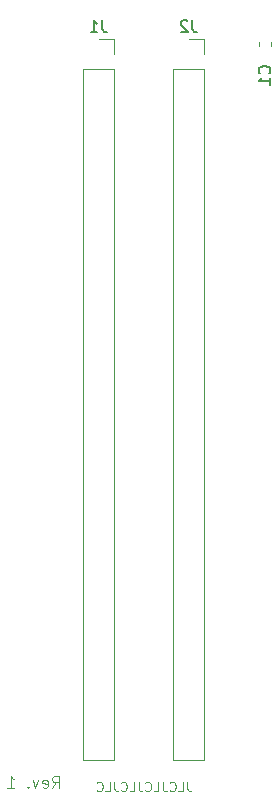
<source format=gbr>
G04 #@! TF.GenerationSoftware,KiCad,Pcbnew,9.0.6-9.0.6~ubuntu25.10.1*
G04 #@! TF.CreationDate,2025-12-24T22:54:59+09:00*
G04 #@! TF.ProjectId,bionic-p8086,62696f6e-6963-42d7-9038-3038362e6b69,1*
G04 #@! TF.SameCoordinates,Original*
G04 #@! TF.FileFunction,Legend,Bot*
G04 #@! TF.FilePolarity,Positive*
%FSLAX46Y46*%
G04 Gerber Fmt 4.6, Leading zero omitted, Abs format (unit mm)*
G04 Created by KiCad (PCBNEW 9.0.6-9.0.6~ubuntu25.10.1) date 2025-12-24 22:54:59*
%MOMM*%
%LPD*%
G01*
G04 APERTURE LIST*
%ADD10C,0.100000*%
%ADD11C,0.150000*%
%ADD12C,0.120000*%
G04 APERTURE END LIST*
D10*
X117395238Y-136660895D02*
X117395238Y-137232323D01*
X117395238Y-137232323D02*
X117433333Y-137346609D01*
X117433333Y-137346609D02*
X117509524Y-137422800D01*
X117509524Y-137422800D02*
X117623809Y-137460895D01*
X117623809Y-137460895D02*
X117700000Y-137460895D01*
X116633333Y-137460895D02*
X117014285Y-137460895D01*
X117014285Y-137460895D02*
X117014285Y-136660895D01*
X115909523Y-137384704D02*
X115947619Y-137422800D01*
X115947619Y-137422800D02*
X116061904Y-137460895D01*
X116061904Y-137460895D02*
X116138095Y-137460895D01*
X116138095Y-137460895D02*
X116252381Y-137422800D01*
X116252381Y-137422800D02*
X116328571Y-137346609D01*
X116328571Y-137346609D02*
X116366666Y-137270419D01*
X116366666Y-137270419D02*
X116404762Y-137118038D01*
X116404762Y-137118038D02*
X116404762Y-137003752D01*
X116404762Y-137003752D02*
X116366666Y-136851371D01*
X116366666Y-136851371D02*
X116328571Y-136775180D01*
X116328571Y-136775180D02*
X116252381Y-136698990D01*
X116252381Y-136698990D02*
X116138095Y-136660895D01*
X116138095Y-136660895D02*
X116061904Y-136660895D01*
X116061904Y-136660895D02*
X115947619Y-136698990D01*
X115947619Y-136698990D02*
X115909523Y-136737085D01*
X115338095Y-136660895D02*
X115338095Y-137232323D01*
X115338095Y-137232323D02*
X115376190Y-137346609D01*
X115376190Y-137346609D02*
X115452381Y-137422800D01*
X115452381Y-137422800D02*
X115566666Y-137460895D01*
X115566666Y-137460895D02*
X115642857Y-137460895D01*
X114576190Y-137460895D02*
X114957142Y-137460895D01*
X114957142Y-137460895D02*
X114957142Y-136660895D01*
X113852380Y-137384704D02*
X113890476Y-137422800D01*
X113890476Y-137422800D02*
X114004761Y-137460895D01*
X114004761Y-137460895D02*
X114080952Y-137460895D01*
X114080952Y-137460895D02*
X114195238Y-137422800D01*
X114195238Y-137422800D02*
X114271428Y-137346609D01*
X114271428Y-137346609D02*
X114309523Y-137270419D01*
X114309523Y-137270419D02*
X114347619Y-137118038D01*
X114347619Y-137118038D02*
X114347619Y-137003752D01*
X114347619Y-137003752D02*
X114309523Y-136851371D01*
X114309523Y-136851371D02*
X114271428Y-136775180D01*
X114271428Y-136775180D02*
X114195238Y-136698990D01*
X114195238Y-136698990D02*
X114080952Y-136660895D01*
X114080952Y-136660895D02*
X114004761Y-136660895D01*
X114004761Y-136660895D02*
X113890476Y-136698990D01*
X113890476Y-136698990D02*
X113852380Y-136737085D01*
X113280952Y-136660895D02*
X113280952Y-137232323D01*
X113280952Y-137232323D02*
X113319047Y-137346609D01*
X113319047Y-137346609D02*
X113395238Y-137422800D01*
X113395238Y-137422800D02*
X113509523Y-137460895D01*
X113509523Y-137460895D02*
X113585714Y-137460895D01*
X112519047Y-137460895D02*
X112899999Y-137460895D01*
X112899999Y-137460895D02*
X112899999Y-136660895D01*
X111795237Y-137384704D02*
X111833333Y-137422800D01*
X111833333Y-137422800D02*
X111947618Y-137460895D01*
X111947618Y-137460895D02*
X112023809Y-137460895D01*
X112023809Y-137460895D02*
X112138095Y-137422800D01*
X112138095Y-137422800D02*
X112214285Y-137346609D01*
X112214285Y-137346609D02*
X112252380Y-137270419D01*
X112252380Y-137270419D02*
X112290476Y-137118038D01*
X112290476Y-137118038D02*
X112290476Y-137003752D01*
X112290476Y-137003752D02*
X112252380Y-136851371D01*
X112252380Y-136851371D02*
X112214285Y-136775180D01*
X112214285Y-136775180D02*
X112138095Y-136698990D01*
X112138095Y-136698990D02*
X112023809Y-136660895D01*
X112023809Y-136660895D02*
X111947618Y-136660895D01*
X111947618Y-136660895D02*
X111833333Y-136698990D01*
X111833333Y-136698990D02*
X111795237Y-136737085D01*
X111223809Y-136660895D02*
X111223809Y-137232323D01*
X111223809Y-137232323D02*
X111261904Y-137346609D01*
X111261904Y-137346609D02*
X111338095Y-137422800D01*
X111338095Y-137422800D02*
X111452380Y-137460895D01*
X111452380Y-137460895D02*
X111528571Y-137460895D01*
X110461904Y-137460895D02*
X110842856Y-137460895D01*
X110842856Y-137460895D02*
X110842856Y-136660895D01*
X109738094Y-137384704D02*
X109776190Y-137422800D01*
X109776190Y-137422800D02*
X109890475Y-137460895D01*
X109890475Y-137460895D02*
X109966666Y-137460895D01*
X109966666Y-137460895D02*
X110080952Y-137422800D01*
X110080952Y-137422800D02*
X110157142Y-137346609D01*
X110157142Y-137346609D02*
X110195237Y-137270419D01*
X110195237Y-137270419D02*
X110233333Y-137118038D01*
X110233333Y-137118038D02*
X110233333Y-137003752D01*
X110233333Y-137003752D02*
X110195237Y-136851371D01*
X110195237Y-136851371D02*
X110157142Y-136775180D01*
X110157142Y-136775180D02*
X110080952Y-136698990D01*
X110080952Y-136698990D02*
X109966666Y-136660895D01*
X109966666Y-136660895D02*
X109890475Y-136660895D01*
X109890475Y-136660895D02*
X109776190Y-136698990D01*
X109776190Y-136698990D02*
X109738094Y-136737085D01*
X105966687Y-137182419D02*
X106300020Y-136706228D01*
X106538115Y-137182419D02*
X106538115Y-136182419D01*
X106538115Y-136182419D02*
X106157163Y-136182419D01*
X106157163Y-136182419D02*
X106061925Y-136230038D01*
X106061925Y-136230038D02*
X106014306Y-136277657D01*
X106014306Y-136277657D02*
X105966687Y-136372895D01*
X105966687Y-136372895D02*
X105966687Y-136515752D01*
X105966687Y-136515752D02*
X106014306Y-136610990D01*
X106014306Y-136610990D02*
X106061925Y-136658609D01*
X106061925Y-136658609D02*
X106157163Y-136706228D01*
X106157163Y-136706228D02*
X106538115Y-136706228D01*
X105157163Y-137134800D02*
X105252401Y-137182419D01*
X105252401Y-137182419D02*
X105442877Y-137182419D01*
X105442877Y-137182419D02*
X105538115Y-137134800D01*
X105538115Y-137134800D02*
X105585734Y-137039561D01*
X105585734Y-137039561D02*
X105585734Y-136658609D01*
X105585734Y-136658609D02*
X105538115Y-136563371D01*
X105538115Y-136563371D02*
X105442877Y-136515752D01*
X105442877Y-136515752D02*
X105252401Y-136515752D01*
X105252401Y-136515752D02*
X105157163Y-136563371D01*
X105157163Y-136563371D02*
X105109544Y-136658609D01*
X105109544Y-136658609D02*
X105109544Y-136753847D01*
X105109544Y-136753847D02*
X105585734Y-136849085D01*
X104776210Y-136515752D02*
X104538115Y-137182419D01*
X104538115Y-137182419D02*
X104300020Y-136515752D01*
X103919067Y-137087180D02*
X103871448Y-137134800D01*
X103871448Y-137134800D02*
X103919067Y-137182419D01*
X103919067Y-137182419D02*
X103966686Y-137134800D01*
X103966686Y-137134800D02*
X103919067Y-137087180D01*
X103919067Y-137087180D02*
X103919067Y-137182419D01*
X102157163Y-137182419D02*
X102728591Y-137182419D01*
X102442877Y-137182419D02*
X102442877Y-136182419D01*
X102442877Y-136182419D02*
X102538115Y-136325276D01*
X102538115Y-136325276D02*
X102633353Y-136420514D01*
X102633353Y-136420514D02*
X102728591Y-136468133D01*
D11*
X117843333Y-72204819D02*
X117843333Y-72919104D01*
X117843333Y-72919104D02*
X117890952Y-73061961D01*
X117890952Y-73061961D02*
X117986190Y-73157200D01*
X117986190Y-73157200D02*
X118129047Y-73204819D01*
X118129047Y-73204819D02*
X118224285Y-73204819D01*
X117414761Y-72300057D02*
X117367142Y-72252438D01*
X117367142Y-72252438D02*
X117271904Y-72204819D01*
X117271904Y-72204819D02*
X117033809Y-72204819D01*
X117033809Y-72204819D02*
X116938571Y-72252438D01*
X116938571Y-72252438D02*
X116890952Y-72300057D01*
X116890952Y-72300057D02*
X116843333Y-72395295D01*
X116843333Y-72395295D02*
X116843333Y-72490533D01*
X116843333Y-72490533D02*
X116890952Y-72633390D01*
X116890952Y-72633390D02*
X117462380Y-73204819D01*
X117462380Y-73204819D02*
X116843333Y-73204819D01*
X124346580Y-76691333D02*
X124394200Y-76643714D01*
X124394200Y-76643714D02*
X124441819Y-76500857D01*
X124441819Y-76500857D02*
X124441819Y-76405619D01*
X124441819Y-76405619D02*
X124394200Y-76262762D01*
X124394200Y-76262762D02*
X124298961Y-76167524D01*
X124298961Y-76167524D02*
X124203723Y-76119905D01*
X124203723Y-76119905D02*
X124013247Y-76072286D01*
X124013247Y-76072286D02*
X123870390Y-76072286D01*
X123870390Y-76072286D02*
X123679914Y-76119905D01*
X123679914Y-76119905D02*
X123584676Y-76167524D01*
X123584676Y-76167524D02*
X123489438Y-76262762D01*
X123489438Y-76262762D02*
X123441819Y-76405619D01*
X123441819Y-76405619D02*
X123441819Y-76500857D01*
X123441819Y-76500857D02*
X123489438Y-76643714D01*
X123489438Y-76643714D02*
X123537057Y-76691333D01*
X124441819Y-77643714D02*
X124441819Y-77072286D01*
X124441819Y-77358000D02*
X123441819Y-77358000D01*
X123441819Y-77358000D02*
X123584676Y-77262762D01*
X123584676Y-77262762D02*
X123679914Y-77167524D01*
X123679914Y-77167524D02*
X123727533Y-77072286D01*
X110223333Y-72204819D02*
X110223333Y-72919104D01*
X110223333Y-72919104D02*
X110270952Y-73061961D01*
X110270952Y-73061961D02*
X110366190Y-73157200D01*
X110366190Y-73157200D02*
X110509047Y-73204819D01*
X110509047Y-73204819D02*
X110604285Y-73204819D01*
X109223333Y-73204819D02*
X109794761Y-73204819D01*
X109509047Y-73204819D02*
X109509047Y-72204819D01*
X109509047Y-72204819D02*
X109604285Y-72347676D01*
X109604285Y-72347676D02*
X109699523Y-72442914D01*
X109699523Y-72442914D02*
X109794761Y-72490533D01*
D12*
X116180000Y-76350000D02*
X116180000Y-134830000D01*
X118840000Y-73750000D02*
X117510000Y-73750000D01*
X118840000Y-75080000D02*
X118840000Y-73750000D01*
X118840000Y-76350000D02*
X116180000Y-76350000D01*
X118840000Y-76350000D02*
X118840000Y-134830000D01*
X118840000Y-134830000D02*
X116180000Y-134830000D01*
X123477000Y-74363767D02*
X123477000Y-74071233D01*
X124497000Y-74363767D02*
X124497000Y-74071233D01*
X108560000Y-76350000D02*
X108560000Y-134830000D01*
X111220000Y-73750000D02*
X109890000Y-73750000D01*
X111220000Y-75080000D02*
X111220000Y-73750000D01*
X111220000Y-76350000D02*
X108560000Y-76350000D01*
X111220000Y-76350000D02*
X111220000Y-134830000D01*
X111220000Y-134830000D02*
X108560000Y-134830000D01*
M02*

</source>
